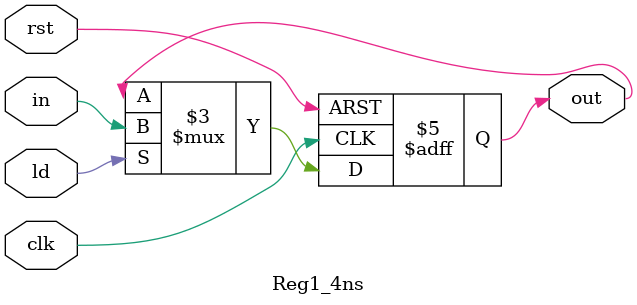
<source format=v>
`timescale 1ns/1ns
module Reg1_4ns(input clk, rst, ld, input  in, output reg out);
    always @(posedge clk, posedge rst) begin
        #4
        if(rst) out = 1'b0;
        else if(ld) out = in;
        else out = out;
    end
endmodule
</source>
